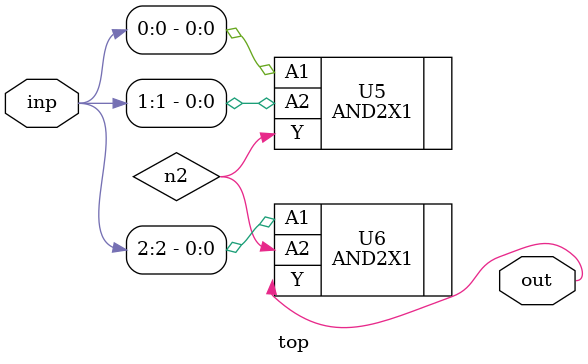
<source format=sv>


module top ( inp, out );
  input [2:0] inp;
  output out;
  wire   n2;

  AND2X1 U5 ( .A1(inp[0]), .A2(inp[1]), .Y(n2) );
  AND2X1 U6 ( .A1(inp[2]), .A2(n2), .Y(out) );
endmodule


</source>
